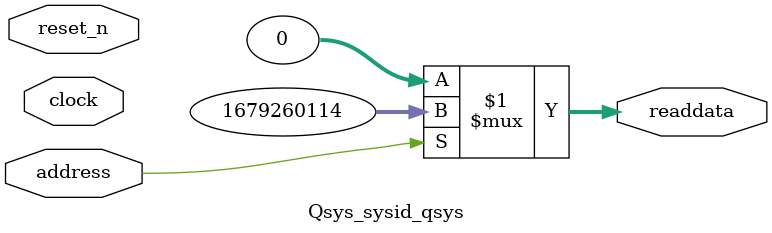
<source format=v>



// synthesis translate_off
`timescale 1ns / 1ps
// synthesis translate_on

// turn off superfluous verilog processor warnings 
// altera message_level Level1 
// altera message_off 10034 10035 10036 10037 10230 10240 10030 

module Qsys_sysid_qsys (
               // inputs:
                address,
                clock,
                reset_n,

               // outputs:
                readdata
             )
;

  output  [ 31: 0] readdata;
  input            address;
  input            clock;
  input            reset_n;

  wire    [ 31: 0] readdata;
  //control_slave, which is an e_avalon_slave
  assign readdata = address ? 1679260114 : 0;

endmodule



</source>
